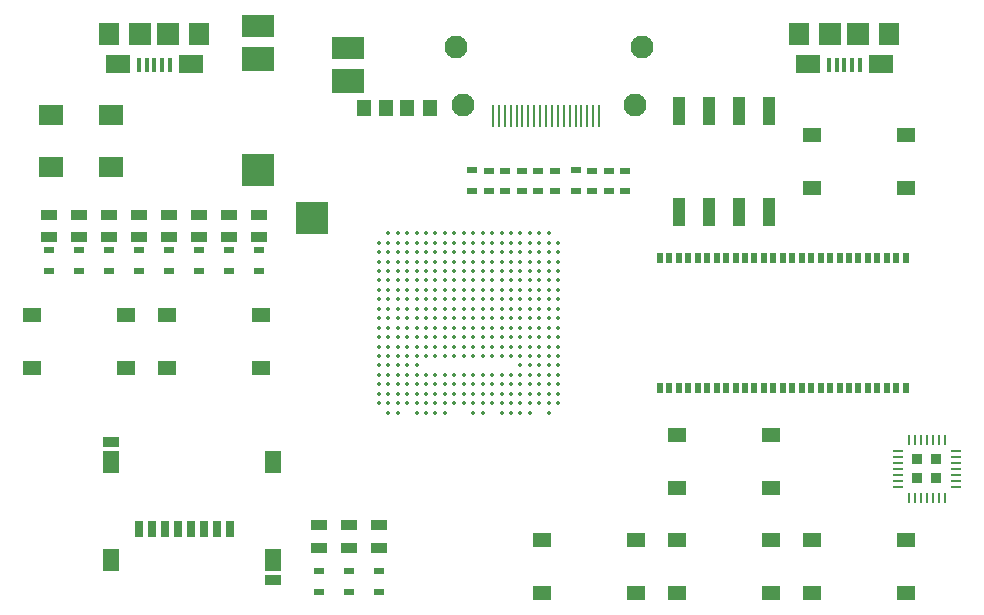
<source format=gtp>
G04 #@! TF.GenerationSoftware,KiCad,Pcbnew,5.0.0+dfsg1-2*
G04 #@! TF.CreationDate,2018-09-05T19:00:31+02:00*
G04 #@! TF.ProjectId,ulx3s,756C7833732E6B696361645F70636200,rev?*
G04 #@! TF.SameCoordinates,Original*
G04 #@! TF.FileFunction,Paste,Top*
G04 #@! TF.FilePolarity,Positive*
%FSLAX46Y46*%
G04 Gerber Fmt 4.6, Leading zero omitted, Abs format (unit mm)*
G04 Created by KiCad (PCBNEW 5.0.0+dfsg1-2) date Wed Sep  5 19:00:31 2018*
%MOMM*%
%LPD*%
G01*
G04 APERTURE LIST*
%ADD10R,0.925000X0.925000*%
%ADD11R,0.250000X0.900000*%
%ADD12R,0.900000X0.250000*%
%ADD13R,1.750000X1.850000*%
%ADD14R,0.350000X1.300000*%
%ADD15R,1.850000X1.850000*%
%ADD16R,2.050000X1.550000*%
%ADD17R,1.070000X2.390000*%
%ADD18R,2.750000X1.950000*%
%ADD19R,2.750000X2.150000*%
%ADD20R,2.750000X2.750000*%
%ADD21R,0.250000X1.850000*%
%ADD22C,1.950000*%
%ADD23C,0.350000*%
%ADD24R,0.650000X1.450000*%
%ADD25R,1.400000X0.850000*%
%ADD26R,1.400000X1.950000*%
%ADD27R,2.150000X1.750000*%
%ADD28R,0.510000X0.850000*%
%ADD29R,0.950000X0.620000*%
%ADD30R,1.450000X0.920000*%
%ADD31R,1.245000X1.350000*%
%ADD32R,1.500000X1.250000*%
G04 APERTURE END LIST*
D10*
G04 #@! TO.C,U8*
X178097500Y-100967500D03*
X178097500Y-99342500D03*
X176472500Y-100967500D03*
X176472500Y-99342500D03*
D11*
X178785000Y-102605000D03*
X178285000Y-102605000D03*
X177785000Y-102605000D03*
X177285000Y-102605000D03*
X176785000Y-102605000D03*
X176285000Y-102605000D03*
X175785000Y-102605000D03*
D12*
X174835000Y-101655000D03*
X174835000Y-101155000D03*
X174835000Y-100655000D03*
X174835000Y-100155000D03*
X174835000Y-99655000D03*
X174835000Y-99155000D03*
X174835000Y-98655000D03*
D11*
X175785000Y-97705000D03*
X176285000Y-97705000D03*
X176785000Y-97705000D03*
X177285000Y-97705000D03*
X177785000Y-97705000D03*
X178285000Y-97705000D03*
X178785000Y-97705000D03*
D12*
X179735000Y-98655000D03*
X179735000Y-99155000D03*
X179735000Y-99655000D03*
X179735000Y-100155000D03*
X179735000Y-100655000D03*
X179735000Y-101155000D03*
X179735000Y-101655000D03*
G04 #@! TD*
D13*
G04 #@! TO.C,US1*
X108080000Y-63325000D03*
X115680000Y-63325000D03*
D14*
X110580000Y-66000000D03*
X111230000Y-66000000D03*
X111880000Y-66000000D03*
X112530000Y-66000000D03*
X113180000Y-66000000D03*
D15*
X110680000Y-63325000D03*
X113080000Y-63325000D03*
D16*
X108780000Y-65875000D03*
X114980000Y-65875000D03*
G04 #@! TD*
D17*
G04 #@! TO.C,SW1*
X156330000Y-69815000D03*
X163950000Y-78425000D03*
X158870000Y-69815000D03*
X161410000Y-78425000D03*
X161410000Y-69815000D03*
X158870000Y-78425000D03*
X163950000Y-69815000D03*
X156330000Y-78425000D03*
G04 #@! TD*
D18*
G04 #@! TO.C,AUDIO1*
X120668000Y-62618000D03*
D19*
X120668000Y-65418000D03*
D20*
X120668000Y-74818000D03*
X125218000Y-78918000D03*
D19*
X128268000Y-67318000D03*
D18*
X128268000Y-64518000D03*
G04 #@! TD*
D21*
G04 #@! TO.C,GPDI1*
X149546000Y-70312000D03*
X149046000Y-70312000D03*
X148546000Y-70312000D03*
X148046000Y-70312000D03*
X147546000Y-70312000D03*
X147046000Y-70312000D03*
X146546000Y-70312000D03*
X146046000Y-70312000D03*
X145546000Y-70312000D03*
X145046000Y-70312000D03*
X144546000Y-70312000D03*
X144046000Y-70312000D03*
X143546000Y-70312000D03*
X143046000Y-70312000D03*
X142546000Y-70312000D03*
X142046000Y-70312000D03*
X141546000Y-70312000D03*
X141046000Y-70312000D03*
X140546000Y-70312000D03*
D22*
X152546000Y-69312000D03*
X138046000Y-69312000D03*
X153146000Y-64412000D03*
X137446000Y-64412000D03*
G04 #@! TD*
D23*
G04 #@! TO.C,U1*
X145280000Y-95400000D03*
X143680000Y-95400000D03*
X142880000Y-95400000D03*
X142080000Y-95400000D03*
X141280000Y-95400000D03*
X139680000Y-95400000D03*
X138880000Y-95400000D03*
X136480000Y-95400000D03*
X135680000Y-95400000D03*
X134880000Y-95400000D03*
X134080000Y-95400000D03*
X132480000Y-95400000D03*
X131680000Y-95400000D03*
X146080000Y-94600000D03*
X145280000Y-94600000D03*
X144480000Y-94600000D03*
X143680000Y-94600000D03*
X142880000Y-94600000D03*
X142080000Y-94600000D03*
X141280000Y-94600000D03*
X140480000Y-94600000D03*
X139680000Y-94600000D03*
X138880000Y-94600000D03*
X138080000Y-94600000D03*
X137280000Y-94600000D03*
X136480000Y-94600000D03*
X135680000Y-94600000D03*
X134880000Y-94600000D03*
X134080000Y-94600000D03*
X133280000Y-94600000D03*
X132480000Y-94600000D03*
X131680000Y-94600000D03*
X130880000Y-94600000D03*
X146080000Y-93800000D03*
X145280000Y-93800000D03*
X144480000Y-93800000D03*
X143680000Y-93800000D03*
X142880000Y-93800000D03*
X142080000Y-93800000D03*
X141280000Y-93800000D03*
X140480000Y-93800000D03*
X139680000Y-93800000D03*
X138880000Y-93800000D03*
X138080000Y-93800000D03*
X137280000Y-93800000D03*
X136480000Y-93800000D03*
X135680000Y-93800000D03*
X134880000Y-93800000D03*
X134080000Y-93800000D03*
X133280000Y-93800000D03*
X132480000Y-93800000D03*
X131680000Y-93800000D03*
X130880000Y-93800000D03*
X146080000Y-93000000D03*
X145280000Y-93000000D03*
X144480000Y-93000000D03*
X143680000Y-93000000D03*
X142880000Y-93000000D03*
X142080000Y-93000000D03*
X141280000Y-93000000D03*
X140480000Y-93000000D03*
X139680000Y-93000000D03*
X138880000Y-93000000D03*
X138080000Y-93000000D03*
X137280000Y-93000000D03*
X136480000Y-93000000D03*
X135680000Y-93000000D03*
X134880000Y-93000000D03*
X134080000Y-93000000D03*
X133280000Y-93000000D03*
X132480000Y-93000000D03*
X131680000Y-93000000D03*
X130880000Y-93000000D03*
X146080000Y-92200000D03*
X145280000Y-92200000D03*
X144480000Y-92200000D03*
X143680000Y-92200000D03*
X142880000Y-92200000D03*
X142080000Y-92200000D03*
X141280000Y-92200000D03*
X140480000Y-92200000D03*
X139680000Y-92200000D03*
X138880000Y-92200000D03*
X138080000Y-92200000D03*
X137280000Y-92200000D03*
X136480000Y-92200000D03*
X135680000Y-92200000D03*
X134880000Y-92200000D03*
X134080000Y-92200000D03*
X133280000Y-92200000D03*
X132480000Y-92200000D03*
X131680000Y-92200000D03*
X130880000Y-92200000D03*
X146080000Y-91400000D03*
X145280000Y-91400000D03*
X144480000Y-91400000D03*
X143680000Y-91400000D03*
X142880000Y-91400000D03*
X134080000Y-91400000D03*
X133280000Y-91400000D03*
X132480000Y-91400000D03*
X131680000Y-91400000D03*
X130880000Y-91400000D03*
X146080000Y-90600000D03*
X145280000Y-90600000D03*
X144480000Y-90600000D03*
X143680000Y-90600000D03*
X142880000Y-90600000D03*
X142080000Y-90600000D03*
X141280000Y-90600000D03*
X140480000Y-90600000D03*
X139680000Y-90600000D03*
X138880000Y-90600000D03*
X138080000Y-90600000D03*
X137280000Y-90600000D03*
X136480000Y-90600000D03*
X135680000Y-90600000D03*
X134880000Y-90600000D03*
X134080000Y-90600000D03*
X133280000Y-90600000D03*
X132480000Y-90600000D03*
X131680000Y-90600000D03*
X130880000Y-90600000D03*
X146080000Y-89800000D03*
X145280000Y-89800000D03*
X144480000Y-89800000D03*
X143680000Y-89800000D03*
X142880000Y-89800000D03*
X142080000Y-89800000D03*
X141280000Y-89800000D03*
X140480000Y-89800000D03*
X139680000Y-89800000D03*
X138880000Y-89800000D03*
X138080000Y-89800000D03*
X137280000Y-89800000D03*
X136480000Y-89800000D03*
X135680000Y-89800000D03*
X134880000Y-89800000D03*
X134080000Y-89800000D03*
X133280000Y-89800000D03*
X132480000Y-89800000D03*
X131680000Y-89800000D03*
X130880000Y-89800000D03*
X146080000Y-89000000D03*
X145280000Y-89000000D03*
X144480000Y-89000000D03*
X143680000Y-89000000D03*
X142880000Y-89000000D03*
X142080000Y-89000000D03*
X141280000Y-89000000D03*
X140480000Y-89000000D03*
X139680000Y-89000000D03*
X138880000Y-89000000D03*
X138080000Y-89000000D03*
X137280000Y-89000000D03*
X136480000Y-89000000D03*
X135680000Y-89000000D03*
X134880000Y-89000000D03*
X134080000Y-89000000D03*
X133280000Y-89000000D03*
X132480000Y-89000000D03*
X131680000Y-89000000D03*
X130880000Y-89000000D03*
X146080000Y-88200000D03*
X145280000Y-88200000D03*
X144480000Y-88200000D03*
X143680000Y-88200000D03*
X142880000Y-88200000D03*
X142080000Y-88200000D03*
X141280000Y-88200000D03*
X140480000Y-88200000D03*
X139680000Y-88200000D03*
X138880000Y-88200000D03*
X138080000Y-88200000D03*
X137280000Y-88200000D03*
X136480000Y-88200000D03*
X135680000Y-88200000D03*
X134880000Y-88200000D03*
X134080000Y-88200000D03*
X133280000Y-88200000D03*
X132480000Y-88200000D03*
X131680000Y-88200000D03*
X130880000Y-88200000D03*
X146080000Y-87400000D03*
X145280000Y-87400000D03*
X144480000Y-87400000D03*
X143680000Y-87400000D03*
X142880000Y-87400000D03*
X142080000Y-87400000D03*
X141280000Y-87400000D03*
X140480000Y-87400000D03*
X139680000Y-87400000D03*
X138880000Y-87400000D03*
X138080000Y-87400000D03*
X137280000Y-87400000D03*
X136480000Y-87400000D03*
X135680000Y-87400000D03*
X134880000Y-87400000D03*
X134080000Y-87400000D03*
X133280000Y-87400000D03*
X132480000Y-87400000D03*
X131680000Y-87400000D03*
X130880000Y-87400000D03*
X146080000Y-86600000D03*
X145280000Y-86600000D03*
X144480000Y-86600000D03*
X143680000Y-86600000D03*
X142880000Y-86600000D03*
X142080000Y-86600000D03*
X141280000Y-86600000D03*
X140480000Y-86600000D03*
X139680000Y-86600000D03*
X138880000Y-86600000D03*
X138080000Y-86600000D03*
X137280000Y-86600000D03*
X136480000Y-86600000D03*
X135680000Y-86600000D03*
X134880000Y-86600000D03*
X134080000Y-86600000D03*
X133280000Y-86600000D03*
X132480000Y-86600000D03*
X131680000Y-86600000D03*
X130880000Y-86600000D03*
X146080000Y-85800000D03*
X145280000Y-85800000D03*
X144480000Y-85800000D03*
X143680000Y-85800000D03*
X142880000Y-85800000D03*
X142080000Y-85800000D03*
X141280000Y-85800000D03*
X140480000Y-85800000D03*
X139680000Y-85800000D03*
X138880000Y-85800000D03*
X138080000Y-85800000D03*
X137280000Y-85800000D03*
X136480000Y-85800000D03*
X135680000Y-85800000D03*
X134880000Y-85800000D03*
X134080000Y-85800000D03*
X133280000Y-85800000D03*
X132480000Y-85800000D03*
X131680000Y-85800000D03*
X130880000Y-85800000D03*
X146080000Y-85000000D03*
X145280000Y-85000000D03*
X144480000Y-85000000D03*
X143680000Y-85000000D03*
X142880000Y-85000000D03*
X142080000Y-85000000D03*
X141280000Y-85000000D03*
X140480000Y-85000000D03*
X139680000Y-85000000D03*
X138880000Y-85000000D03*
X138080000Y-85000000D03*
X137280000Y-85000000D03*
X136480000Y-85000000D03*
X135680000Y-85000000D03*
X134880000Y-85000000D03*
X134080000Y-85000000D03*
X133280000Y-85000000D03*
X132480000Y-85000000D03*
X131680000Y-85000000D03*
X130880000Y-85000000D03*
X146080000Y-84200000D03*
X145280000Y-84200000D03*
X144480000Y-84200000D03*
X143680000Y-84200000D03*
X142880000Y-84200000D03*
X142080000Y-84200000D03*
X141280000Y-84200000D03*
X140480000Y-84200000D03*
X139680000Y-84200000D03*
X138880000Y-84200000D03*
X138080000Y-84200000D03*
X137280000Y-84200000D03*
X136480000Y-84200000D03*
X135680000Y-84200000D03*
X134880000Y-84200000D03*
X134080000Y-84200000D03*
X133280000Y-84200000D03*
X132480000Y-84200000D03*
X131680000Y-84200000D03*
X130880000Y-84200000D03*
X146080000Y-83400000D03*
X145280000Y-83400000D03*
X144480000Y-83400000D03*
X143680000Y-83400000D03*
X142880000Y-83400000D03*
X142080000Y-83400000D03*
X141280000Y-83400000D03*
X140480000Y-83400000D03*
X139680000Y-83400000D03*
X138880000Y-83400000D03*
X138080000Y-83400000D03*
X137280000Y-83400000D03*
X136480000Y-83400000D03*
X135680000Y-83400000D03*
X134880000Y-83400000D03*
X134080000Y-83400000D03*
X133280000Y-83400000D03*
X132480000Y-83400000D03*
X131680000Y-83400000D03*
X130880000Y-83400000D03*
X146080000Y-82600000D03*
X145280000Y-82600000D03*
X144480000Y-82600000D03*
X143680000Y-82600000D03*
X142880000Y-82600000D03*
X142080000Y-82600000D03*
X141280000Y-82600000D03*
X140480000Y-82600000D03*
X139680000Y-82600000D03*
X138880000Y-82600000D03*
X138080000Y-82600000D03*
X137280000Y-82600000D03*
X136480000Y-82600000D03*
X135680000Y-82600000D03*
X134880000Y-82600000D03*
X134080000Y-82600000D03*
X133280000Y-82600000D03*
X132480000Y-82600000D03*
X131680000Y-82600000D03*
X130880000Y-82600000D03*
X146080000Y-81800000D03*
X145280000Y-81800000D03*
X144480000Y-81800000D03*
X143680000Y-81800000D03*
X142880000Y-81800000D03*
X142080000Y-81800000D03*
X141280000Y-81800000D03*
X140480000Y-81800000D03*
X139680000Y-81800000D03*
X138880000Y-81800000D03*
X138080000Y-81800000D03*
X137280000Y-81800000D03*
X136480000Y-81800000D03*
X135680000Y-81800000D03*
X134880000Y-81800000D03*
X134080000Y-81800000D03*
X133280000Y-81800000D03*
X132480000Y-81800000D03*
X131680000Y-81800000D03*
X130880000Y-81800000D03*
X146080000Y-81000000D03*
X145280000Y-81000000D03*
X144480000Y-81000000D03*
X143680000Y-81000000D03*
X142880000Y-81000000D03*
X142080000Y-81000000D03*
X141280000Y-81000000D03*
X140480000Y-81000000D03*
X139680000Y-81000000D03*
X138880000Y-81000000D03*
X138080000Y-81000000D03*
X137280000Y-81000000D03*
X136480000Y-81000000D03*
X135680000Y-81000000D03*
X134880000Y-81000000D03*
X134080000Y-81000000D03*
X133280000Y-81000000D03*
X132480000Y-81000000D03*
X131680000Y-81000000D03*
X130880000Y-81000000D03*
X145280000Y-80200000D03*
X144480000Y-80200000D03*
X143680000Y-80200000D03*
X142880000Y-80200000D03*
X142080000Y-80200000D03*
X141280000Y-80200000D03*
X140480000Y-80200000D03*
X139680000Y-80200000D03*
X138880000Y-80200000D03*
X138080000Y-80200000D03*
X137280000Y-80200000D03*
X136480000Y-80200000D03*
X135680000Y-80200000D03*
X134880000Y-80200000D03*
X134080000Y-80200000D03*
X133280000Y-80200000D03*
X132480000Y-80200000D03*
X131680000Y-80200000D03*
G04 #@! TD*
D24*
G04 #@! TO.C,SD1*
X118250000Y-105250000D03*
X117150000Y-105250000D03*
X116050000Y-105250000D03*
X114950000Y-105250000D03*
X113850000Y-105250000D03*
X112750000Y-105250000D03*
X111650000Y-105250000D03*
X110550000Y-105250000D03*
D25*
X121925000Y-109550000D03*
X108175000Y-97850000D03*
D26*
X108175000Y-107850000D03*
X121925000Y-107850000D03*
X121925000Y-99550000D03*
X108175000Y-99550000D03*
G04 #@! TD*
D27*
G04 #@! TO.C,Y1*
X108212000Y-70160000D03*
X103132000Y-70160000D03*
X103132000Y-74560000D03*
X108212000Y-74560000D03*
G04 #@! TD*
D28*
G04 #@! TO.C,U2*
X175493000Y-82270000D03*
X154693000Y-93330000D03*
X155493000Y-93330000D03*
X156293000Y-93330000D03*
X157093000Y-93330000D03*
X157893000Y-93330000D03*
X158693000Y-93330000D03*
X159493000Y-93330000D03*
X160293000Y-93330000D03*
X161093000Y-93330000D03*
X161893000Y-93330000D03*
X162693000Y-93330000D03*
X163493000Y-93330000D03*
X164293000Y-93330000D03*
X165093000Y-93330000D03*
X165893000Y-93330000D03*
X166693000Y-93330000D03*
X167493000Y-93330000D03*
X168293000Y-93330000D03*
X169093000Y-93330000D03*
X169893000Y-93330000D03*
X170693000Y-93330000D03*
X171493000Y-93330000D03*
X172293000Y-93330000D03*
X173093000Y-93330000D03*
X173893000Y-93330000D03*
X174693000Y-93330000D03*
X175493000Y-93330000D03*
X174693000Y-82270000D03*
X173893000Y-82270000D03*
X173093000Y-82270000D03*
X172293000Y-82270000D03*
X171493000Y-82270000D03*
X170693000Y-82270000D03*
X169893000Y-82270000D03*
X169093000Y-82270000D03*
X168293000Y-82270000D03*
X167493000Y-82270000D03*
X166693000Y-82270000D03*
X165893000Y-82270000D03*
X165093000Y-82270000D03*
X164293000Y-82270000D03*
X163493000Y-82270000D03*
X162693000Y-82270000D03*
X161893000Y-82270000D03*
X161093000Y-82270000D03*
X160293000Y-82270000D03*
X159493000Y-82270000D03*
X158693000Y-82270000D03*
X157893000Y-82270000D03*
X157093000Y-82270000D03*
X156293000Y-82270000D03*
X155493000Y-82270000D03*
X154693000Y-82270000D03*
G04 #@! TD*
D29*
G04 #@! TO.C,C36*
X150361000Y-76646000D03*
X150361000Y-74896000D03*
G04 #@! TD*
G04 #@! TO.C,C37*
X151758000Y-74896000D03*
X151758000Y-76646000D03*
G04 #@! TD*
G04 #@! TO.C,C38*
X140201000Y-74896000D03*
X140201000Y-76646000D03*
G04 #@! TD*
G04 #@! TO.C,C39*
X142995000Y-76646000D03*
X142995000Y-74896000D03*
G04 #@! TD*
G04 #@! TO.C,C40*
X145789000Y-76646000D03*
X145789000Y-74896000D03*
G04 #@! TD*
G04 #@! TO.C,C41*
X148964000Y-74896000D03*
X148964000Y-76646000D03*
G04 #@! TD*
G04 #@! TO.C,C42*
X138742800Y-76638600D03*
X138742800Y-74888600D03*
G04 #@! TD*
G04 #@! TO.C,C43*
X141598000Y-74896000D03*
X141598000Y-76646000D03*
G04 #@! TD*
G04 #@! TO.C,C44*
X144392000Y-74896000D03*
X144392000Y-76646000D03*
G04 #@! TD*
G04 #@! TO.C,C45*
X147567000Y-76634000D03*
X147567000Y-74884000D03*
G04 #@! TD*
D30*
G04 #@! TO.C,D19*
X130930000Y-106825000D03*
X130930000Y-104915000D03*
G04 #@! TD*
G04 #@! TO.C,D0*
X120770000Y-78644000D03*
X120770000Y-80554000D03*
G04 #@! TD*
G04 #@! TO.C,D1*
X118230000Y-80554000D03*
X118230000Y-78644000D03*
G04 #@! TD*
G04 #@! TO.C,D2*
X115690000Y-78644000D03*
X115690000Y-80554000D03*
G04 #@! TD*
G04 #@! TO.C,D3*
X113150000Y-78644000D03*
X113150000Y-80554000D03*
G04 #@! TD*
G04 #@! TO.C,D4*
X110610000Y-80554000D03*
X110610000Y-78644000D03*
G04 #@! TD*
G04 #@! TO.C,D5*
X108070000Y-80554000D03*
X108070000Y-78644000D03*
G04 #@! TD*
G04 #@! TO.C,D6*
X105545000Y-78644000D03*
X105545000Y-80554000D03*
G04 #@! TD*
G04 #@! TO.C,D7*
X102990000Y-80554000D03*
X102990000Y-78644000D03*
G04 #@! TD*
G04 #@! TO.C,D18*
X128390000Y-106825000D03*
X128390000Y-104915000D03*
G04 #@! TD*
G04 #@! TO.C,D22*
X125850000Y-104915000D03*
X125850000Y-106825000D03*
G04 #@! TD*
D29*
G04 #@! TO.C,R41*
X120770000Y-83377000D03*
X120770000Y-81627000D03*
G04 #@! TD*
G04 #@! TO.C,R42*
X118230000Y-81627000D03*
X118230000Y-83377000D03*
G04 #@! TD*
G04 #@! TO.C,R43*
X115690000Y-83377000D03*
X115690000Y-81627000D03*
G04 #@! TD*
G04 #@! TO.C,R44*
X113150000Y-81627000D03*
X113150000Y-83377000D03*
G04 #@! TD*
G04 #@! TO.C,R45*
X110610000Y-81627000D03*
X110610000Y-83377000D03*
G04 #@! TD*
G04 #@! TO.C,R46*
X108070000Y-83377000D03*
X108070000Y-81627000D03*
G04 #@! TD*
G04 #@! TO.C,R47*
X105530000Y-81627000D03*
X105530000Y-83377000D03*
G04 #@! TD*
G04 #@! TO.C,R48*
X102990000Y-83377000D03*
X102990000Y-81627000D03*
G04 #@! TD*
G04 #@! TO.C,R36*
X128390000Y-110555000D03*
X128390000Y-108805000D03*
G04 #@! TD*
G04 #@! TO.C,R37*
X130930000Y-110555000D03*
X130930000Y-108805000D03*
G04 #@! TD*
G04 #@! TO.C,R62*
X125850000Y-108805000D03*
X125850000Y-110555000D03*
G04 #@! TD*
D31*
G04 #@! TO.C,RV2*
X131531500Y-69566000D03*
X129596500Y-69566000D03*
G04 #@! TD*
G04 #@! TO.C,RV3*
X133279500Y-69566000D03*
X135214500Y-69566000D03*
G04 #@! TD*
D16*
G04 #@! TO.C,US2*
X173400000Y-65875000D03*
X167200000Y-65875000D03*
D15*
X171500000Y-63325000D03*
X169100000Y-63325000D03*
D14*
X171600000Y-66000000D03*
X170950000Y-66000000D03*
X170300000Y-66000000D03*
X169650000Y-66000000D03*
X169000000Y-66000000D03*
D13*
X174100000Y-63325000D03*
X166500000Y-63325000D03*
G04 #@! TD*
D32*
G04 #@! TO.C,B0*
X175550000Y-71870000D03*
X175550000Y-76370000D03*
X167590000Y-76370000D03*
X167590000Y-71870000D03*
G04 #@! TD*
G04 #@! TO.C,B1*
X109510000Y-91610000D03*
X109510000Y-87110000D03*
X101550000Y-87110000D03*
X101550000Y-91610000D03*
G04 #@! TD*
G04 #@! TO.C,B2*
X112980000Y-91610000D03*
X112980000Y-87110000D03*
X120940000Y-87110000D03*
X120940000Y-91610000D03*
G04 #@! TD*
G04 #@! TO.C,B3*
X164120000Y-101770000D03*
X164120000Y-97270000D03*
X156160000Y-97270000D03*
X156160000Y-101770000D03*
G04 #@! TD*
G04 #@! TO.C,B4*
X164120000Y-106160000D03*
X164120000Y-110660000D03*
X156160000Y-110660000D03*
X156160000Y-106160000D03*
G04 #@! TD*
G04 #@! TO.C,B5*
X144730000Y-106160000D03*
X144730000Y-110660000D03*
X152690000Y-110660000D03*
X152690000Y-106160000D03*
G04 #@! TD*
G04 #@! TO.C,B6*
X175550000Y-106160000D03*
X175550000Y-110660000D03*
X167590000Y-110660000D03*
X167590000Y-106160000D03*
G04 #@! TD*
M02*

</source>
